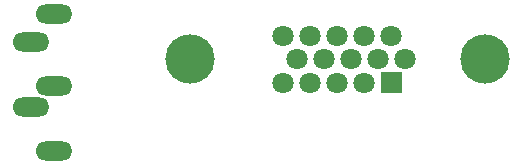
<source format=gbr>
G04 #@! TF.GenerationSoftware,KiCad,Pcbnew,(5.1.10-1-10_14)*
G04 #@! TF.CreationDate,2021-10-22T15:14:23-04:00*
G04 #@! TF.ProjectId,VGA2RT5X,56474132-5254-4355-982e-6b696361645f,1*
G04 #@! TF.SameCoordinates,Original*
G04 #@! TF.FileFunction,Soldermask,Bot*
G04 #@! TF.FilePolarity,Negative*
%FSLAX46Y46*%
G04 Gerber Fmt 4.6, Leading zero omitted, Abs format (unit mm)*
G04 Created by KiCad (PCBNEW (5.1.10-1-10_14)) date 2021-10-22 15:14:23*
%MOMM*%
%LPD*%
G01*
G04 APERTURE LIST*
%ADD10O,3.117600X1.609600*%
%ADD11C,4.167600*%
%ADD12C,1.801600*%
G04 APERTURE END LIST*
D10*
X119610000Y-94320000D03*
X117610000Y-96720000D03*
X119610000Y-100420000D03*
X117610000Y-102220000D03*
X119610000Y-105920000D03*
G36*
G01*
X149025800Y-99320000D02*
X149025800Y-101020000D01*
G75*
G02*
X148975000Y-101070800I-50800J0D01*
G01*
X147275000Y-101070800D01*
G75*
G02*
X147224200Y-101020000I0J50800D01*
G01*
X147224200Y-99320000D01*
G75*
G02*
X147275000Y-99269200I50800J0D01*
G01*
X148975000Y-99269200D01*
G75*
G02*
X149025800Y-99320000I0J-50800D01*
G01*
G37*
D11*
X156040000Y-98190000D03*
X131050000Y-98190000D03*
D12*
X145835000Y-100170000D03*
X143545000Y-100170000D03*
X141255000Y-100170000D03*
X138965000Y-100170000D03*
X149270000Y-98190000D03*
X146980000Y-98190000D03*
X144690000Y-98190000D03*
X142400000Y-98190000D03*
X140110000Y-98190000D03*
X148125000Y-96210000D03*
X145835000Y-96210000D03*
X143545000Y-96210000D03*
X141255000Y-96210000D03*
X138965000Y-96210000D03*
M02*

</source>
